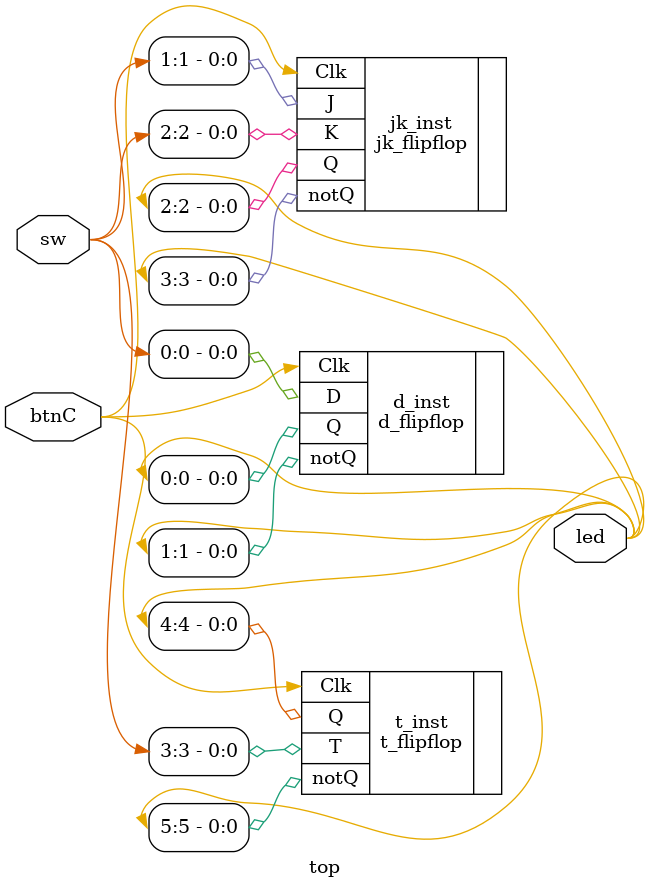
<source format=v>
module top(
    input [3:0]sw,
    input btnC,
    output [5:0]led
);

    d_flipflop d_inst(
        .D(sw[0]),
        .Clk(btnC),
        .Q(led[0]),
        .notQ(led[1])
    );
    
    jk_flipflop jk_inst(
        .J(sw[1]),
        .K(sw[2]),
        .Clk(btnC),
        .Q(led[2]),
        .notQ(led[3])
    );
    
    t_flipflop t_inst(
        .T(sw[3]),
        .Clk(btnC),
        .Q(led[4]),
        .notQ(led[5])
    );

endmodule

</source>
